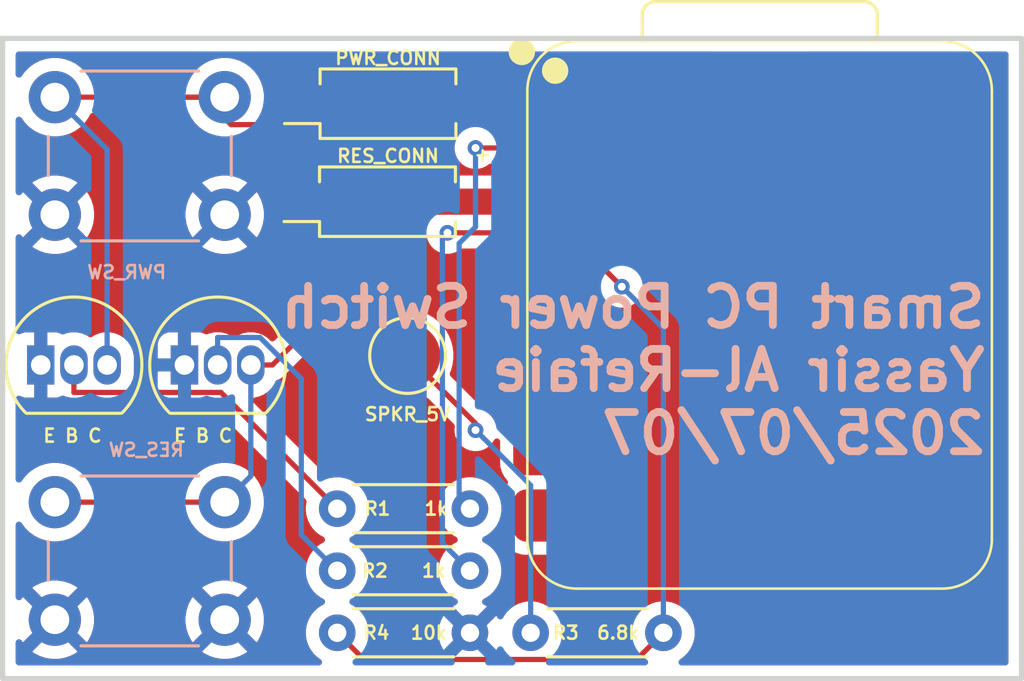
<source format=kicad_pcb>
(kicad_pcb (version 20241229) (generator "pcbnew") (generator_version "9.0")
  (layers (0 "F.Cu" signal) (2 "B.Cu" signal) (13 "F.Paste" user) (15 "B.Paste" user) (5 "F.SilkS" user "F.Silkscreen") (7 "B.SilkS" user "B.Silkscreen") (1 "F.Mask" user) (3 "B.Mask" user) (25 "Edge.Cuts" user))
  (net 0 "")
  (net 1 "PWR-")
  (net 2 "PWR+")
  (net 3 "RES+")
  (net 4 "SPKR_5V")
  (net 5 "Net-(Q1-B)")
  (net 6 "Net-(Q2-B)")
  (net 7 "GPIO0")
  (net 8 "GPIO1")
  (net 9 "GPIO2")
  (footprint "Resistor_THT:R_Axial_DIN0204_L3.6mm_D1.6mm_P5.08mm_Horizontal" (layer "F.Cu") (at 163.29 81.75 180)
    (property "Reference" "R3" (at 3.7333 0 0) (layer "F.SilkS") (effects (font (size 0.5 0.5) (thickness 0.1))))
    (property "Value" "6.8k" (at 1.7333 0 0) (layer "F.SilkS") (effects (font (size 0.5 0.5) (thickness 0.1))))
    (fp_line (start 0.62 0.92) (end 4.46 0.92) (stroke (width 0.12)) (layer "F.SilkS"))
    (fp_line (start 0.62 -0.92) (end 4.46 -0.92) (stroke (width 0.12)) (layer "F.SilkS"))
    (pad "1" thru_hole circle (at 0 0 180) (size 1.4 1.4) (drill 0.7) (layers "*.Cu" "*.Mask") (net 9 "GPIO2"))
    (pad "2" thru_hole circle (at 5.08 0 180) (size 1.4 1.4) (drill 0.7) (layers "*.Cu" "*.Mask") (net 4 "SPKR_5V"))
  )
  (footprint "Connector_PinSocket_2.54mm:PinSocket_2x01_P2.54mm_Vertical_SMD" (layer "F.Cu") (at 152.75 61.5 180)
    (property "Reference" "J3" (hide yes))
    (property "Value" "PWR_CONN" (at 0 1.75 0) (layer "F.SilkS") (effects (font (size 0.5 0.5) (thickness 0.1))))
    (fp_line (start 2.6 0.76) (end 2.6 1.33) (stroke (width 0.12)) (layer "F.SilkS"))
    (fp_line (start 2.6 -0.76) (end 3.96 -0.76) (stroke (width 0.12)) (layer "F.SilkS"))
    (fp_line (start 2.6 -1.33) (end 2.6 -0.76) (stroke (width 0.12)) (layer "F.SilkS"))
    (fp_line (start -2.6 1.33) (end 2.6 1.33) (stroke (width 0.12)) (layer "F.SilkS"))
    (fp_line (start -2.6 0.76) (end -2.6 1.33) (stroke (width 0.12)) (layer "F.SilkS"))
    (fp_line (start -2.6 -1.33) (end 2.6 -1.33) (stroke (width 0.12)) (layer "F.SilkS"))
    (fp_line (start -2.6 -1.33) (end -2.6 -0.76) (stroke (width 0.12)) (layer "F.SilkS"))
    (pad "1" smd rect (at 2.52 0 180) (size 3 1) (layers "F.Cu" "F.Mask" "F.Paste") (net 1 "PWR-"))
    (pad "2" smd rect (at -2.52 0 180) (size 3 1) (layers "F.Cu" "F.Mask" "F.Paste") (net 2 "PWR+"))
  )
  (footprint "Package_TO_SOT_THT:TO-92_Inline" (layer "F.Cu") (at 144.96 71.5)
    (property "Reference" "Q2" (hide yes))
    (property "Value" "2N3904" (hide yes))
    (fp_line (start -0.53 1.85) (end 3.07 1.85) (stroke (width 0.12)) (layer "F.SilkS"))
    (fp_arc (start -0.568478 1.838478) (mid -1.132087 -0.994977) (end 1.27 -2.6) (stroke (width 0.12)) (layer "F.SilkS"))
    (fp_arc (start 1.27 -2.6) (mid 3.672087 -0.994977) (end 3.108478 1.838478) (stroke (width 0.12)) (layer "F.SilkS"))
    (pad "1" thru_hole rect (at 0 0) (size 1.05 1.5) (drill 0.75) (layers "*.Cu" "*.Mask") (net 1 "PWR-"))
    (pad "2" thru_hole oval (at 1.27 0) (size 1.05 1.5) (drill 0.75) (layers "*.Cu" "*.Mask") (net 6 "Net-(Q2-B)"))
    (pad "3" thru_hole oval (at 2.54 0) (size 1.05 1.5) (drill 0.75) (layers "*.Cu" "*.Mask") (net 3 "RES+"))
  )
  (footprint "Package_TO_SOT_THT:TO-92_Inline" (layer "F.Cu") (at 139.46 71.5)
    (property "Reference" "Q1" (hide yes))
    (property "Value" "2N3904" (hide yes))
    (fp_line (start -0.53 1.85) (end 3.07 1.85) (stroke (width 0.12)) (layer "F.SilkS"))
    (fp_arc (start -0.568478 1.838478) (mid -1.132087 -0.994977) (end 1.27 -2.6) (stroke (width 0.12)) (layer "F.SilkS"))
    (fp_arc (start 1.27 -2.6) (mid 3.672087 -0.994977) (end 3.108478 1.838478) (stroke (width 0.12)) (layer "F.SilkS"))
    (pad "1" thru_hole rect (at 0 0) (size 1.05 1.5) (drill 0.75) (layers "*.Cu" "*.Mask") (net 1 "PWR-"))
    (pad "2" thru_hole oval (at 1.27 0) (size 1.05 1.5) (drill 0.75) (layers "*.Cu" "*.Mask") (net 5 "Net-(Q1-B)"))
    (pad "3" thru_hole oval (at 2.54 0) (size 1.05 1.5) (drill 0.75) (layers "*.Cu" "*.Mask") (net 2 "PWR+"))
  )
  (footprint "Resistor_THT:R_Axial_DIN0204_L3.6mm_D1.6mm_P5.08mm_Horizontal" (layer "F.Cu") (at 155.8867 79.375 180)
    (property "Reference" "R2" (at 3.6367 0 0) (layer "F.SilkS") (effects (font (size 0.5 0.5) (thickness 0.1))))
    (property "Value" "1k" (at 1.386667 0 0) (layer "F.SilkS") (effects (font (size 0.5 0.5) (thickness 0.1))))
    (fp_line (start 0.62 0.92) (end 4.46 0.92) (stroke (width 0.12)) (layer "F.SilkS"))
    (fp_line (start 0.62 -0.92) (end 4.46 -0.92) (stroke (width 0.12)) (layer "F.SilkS"))
    (pad "1" thru_hole circle (at 0 0 180) (size 1.4 1.4) (drill 0.7) (layers "*.Cu" "*.Mask") (net 8 "GPIO1"))
    (pad "2" thru_hole circle (at 5.08 0 180) (size 1.4 1.4) (drill 0.7) (layers "*.Cu" "*.Mask") (net 6 "Net-(Q2-B)"))
  )
  (footprint "TestPoint:TestPoint_Pad_D2.5mm" (layer "F.Cu") (at 153.5 71.1375)
    (property "Reference" "J5" (hide yes))
    (property "Value" "SPKR_5V" (at 0 2.25 0) (layer "F.SilkS") (effects (font (size 0.5 0.5) (thickness 0.1))))
    (fp_circle (center 0 0) (end 0 1.45) (stroke (width 0.12)) (fill no) (layer "F.SilkS"))
    (pad "1" smd circle (at 0 0) (size 2.5 2.5) (layers "F.Cu" "F.Mask") (net 4 "SPKR_5V"))
  )
  (footprint "Resistor_THT:R_Axial_DIN0204_L3.6mm_D1.6mm_P5.08mm_Horizontal" (layer "F.Cu") (at 155.8867 81.75 180)
    (property "Reference" "R4" (at 3.58 0 0) (layer "F.SilkS") (effects (font (size 0.5 0.5) (thickness 0.1))))
    (property "Value" "10k" (at 1.58 0 0) (layer "F.SilkS") (effects (font (size 0.5 0.5) (thickness 0.1))))
    (fp_line (start 0.62 0.92) (end 4.46 0.92) (stroke (width 0.12)) (layer "F.SilkS"))
    (fp_line (start 0.62 -0.92) (end 4.46 -0.92) (stroke (width 0.12)) (layer "F.SilkS"))
    (pad "1" thru_hole circle (at 0 0 180) (size 1.4 1.4) (drill 0.7) (layers "*.Cu" "*.Mask") (net 1 "PWR-"))
    (pad "2" thru_hole circle (at 5.08 0 180) (size 1.4 1.4) (drill 0.7) (layers "*.Cu" "*.Mask") (net 9 "GPIO2"))
  )
  (footprint "Resistor_THT:R_Axial_DIN0204_L3.6mm_D1.6mm_P5.08mm_Horizontal" (layer "F.Cu") (at 155.8867 77 180)
    (property "Reference" "R1" (at 3.54 0 0) (layer "F.SilkS") (effects (font (size 0.5 0.5) (thickness 0.1))))
    (property "Value" "1k" (at 1.29 0 0) (layer "F.SilkS") (effects (font (size 0.5 0.5) (thickness 0.1))))
    (fp_line (start 0.62 0.92) (end 4.46 0.92) (stroke (width 0.12)) (layer "F.SilkS"))
    (fp_line (start 0.62 -0.92) (end 4.46 -0.92) (stroke (width 0.12)) (layer "F.SilkS"))
    (pad "1" thru_hole circle (at 0 0 180) (size 1.4 1.4) (drill 0.7) (layers "*.Cu" "*.Mask") (net 7 "GPIO0"))
    (pad "2" thru_hole circle (at 5.08 0 180) (size 1.4 1.4) (drill 0.7) (layers "*.Cu" "*.Mask") (net 5 "Net-(Q1-B)"))
  )
  (footprint "Connector_PinSocket_2.54mm:PinSocket_2x01_P2.54mm_Vertical_SMD" (layer "F.Cu") (at 152.73 65.25 180)
    (property "Reference" "J4" (hide yes))
    (property "Value" "RES_CONN" (at -0.02 1.75 0) (layer "F.SilkS") (effects (font (size 0.5 0.5) (thickness 0.1))))
    (fp_line (start 2.6 0.76) (end 2.6 1.33) (stroke (width 0.12)) (layer "F.SilkS"))
    (fp_line (start 2.6 -0.76) (end 3.96 -0.76) (stroke (width 0.12)) (layer "F.SilkS"))
    (fp_line (start 2.6 -1.33) (end 2.6 -0.76) (stroke (width 0.12)) (layer "F.SilkS"))
    (fp_line (start -2.6 1.33) (end 2.6 1.33) (stroke (width 0.12)) (layer "F.SilkS"))
    (fp_line (start -2.6 0.76) (end -2.6 1.33) (stroke (width 0.12)) (layer "F.SilkS"))
    (fp_line (start -2.6 -1.33) (end 2.6 -1.33) (stroke (width 0.12)) (layer "F.SilkS"))
    (fp_line (start -2.6 -1.33) (end -2.6 -0.76) (stroke (width 0.12)) (layer "F.SilkS"))
    (pad "1" smd rect (at 2.52 0 180) (size 3 1) (layers "F.Cu" "F.Mask" "F.Paste") (net 1 "PWR-"))
    (pad "2" smd rect (at -2.52 0 180) (size 3 1) (layers "F.Cu" "F.Mask" "F.Paste") (net 3 "RES+"))
  )
  (footprint "seeed_studio_xiao:XIAO-ESP32C6-SMD" (layer "F.Cu") (at 167.2 69.62)
    (property "Reference" "U1" (hide yes))
    (property "Value" "XIAO-ESP32-S3-SMD")
    (fp_line (start -9.1166 8.5345) (end -9.1166 -8.6105) (stroke (width 0.1)) (layer "F.SilkS"))
    (fp_line (start -7.2116 10.4395) (end 6.7584 10.4395) (stroke (width 0.1)) (layer "F.SilkS"))
    (fp_line (start -4.7216 -10.5155) (end -4.717872 -11.525772) (stroke (width 0.127)) (layer "F.SilkS"))
    (fp_line (start -4.217872 -12.0255) (end 3.7774 -12.0255) (stroke (width 0.127)) (layer "F.SilkS"))
    (fp_line (start 4.2774 -11.5255) (end 4.2774 -10.5155) (stroke (width 0.127)) (layer "F.SilkS"))
    (fp_line (start 6.7584 -10.5155) (end -7.2116 -10.5155) (stroke (width 0.1)) (layer "F.SilkS"))
    (fp_line (start 8.6634 8.5345) (end 8.6634 -8.6105) (stroke (width 0.1)) (layer "F.SilkS"))
    (fp_arc (start -9.1166 -8.6145) (mid -8.558638 -9.961538) (end -7.2116 -10.5195) (stroke (width 0.1)) (layer "F.SilkS"))
    (fp_arc (start -7.2116 10.4395) (mid -8.558638 9.881538) (end -9.1166 8.5345) (stroke (width 0.1)) (layer "F.SilkS"))
    (fp_arc (start -4.717872 -11.525772) (mid -4.571324 -11.879144) (end -4.217872 -12.0255) (stroke (width 0.127)) (layer "F.SilkS"))
    (fp_arc (start 3.7774 -12.0255) (mid 4.130953 -11.879053) (end 4.2774 -11.5255) (stroke (width 0.127)) (layer "F.SilkS"))
    (fp_arc (start 6.7584 -10.5155) (mid 8.105438 -9.957538) (end 8.6634 -8.6105) (stroke (width 0.1)) (layer "F.SilkS"))
    (fp_arc (start 8.6634 8.5345) (mid 8.105438 9.881538) (end 6.7584 10.4395) (stroke (width 0.1)) (layer "F.SilkS"))
    (fp_circle (center -9.3266 -10.0995) (end -9.3266 -10.3535) (stroke (width 0.5)) (fill yes) (layer "F.SilkS"))
    (fp_circle (center -8.0526 -9.3825) (end -8.0526 -9.6365) (stroke (width 0.5)) (fill yes) (layer "F.SilkS"))
    (pad "1" smd roundrect (at -8.2816 -7.5985) (size 2.75 2) (layers "F.Cu" "F.Mask" "F.Paste") (net 7 "GPIO0"))
    (pad "2" smd roundrect (at -8.2816 -5.0585) (size 2.75 2) (layers "F.Cu" "F.Mask" "F.Paste") (net 8 "GPIO1"))
    (pad "3" smd roundrect (at -8.2816 -2.5185) (size 2.75 2) (layers "F.Cu" "F.Mask" "F.Paste") (net 9 "GPIO2"))
    (pad "4" smd roundrect (at -8.2816 0.0215) (size 2.75 2) (layers "F.Cu" "F.Mask" "F.Paste"))
    (pad "5" smd roundrect (at -8.2816 2.5615) (size 2.75 2) (layers "F.Cu" "F.Mask" "F.Paste"))
    (pad "6" smd roundrect (at -8.2816 5.1015) (size 2.75 2) (layers "F.Cu" "F.Mask" "F.Paste"))
    (pad "7" smd roundrect (at -8.2816 7.6415) (size 2.75 2) (layers "F.Cu" "F.Mask" "F.Paste"))
    (pad "8" smd roundrect (at 7.8834 7.6415) (size 2.75 2) (layers "F.Cu" "F.Mask" "F.Paste"))
    (pad "9" smd roundrect (at 7.8834 5.1015) (size 2.75 2) (layers "F.Cu" "F.Mask" "F.Paste"))
    (pad "10" smd roundrect (at 7.8834 2.5615) (size 2.75 2) (layers "F.Cu" "F.Mask" "F.Paste"))
    (pad "11" smd roundrect (at 7.8834 0.0215) (size 2.75 2) (layers "F.Cu" "F.Mask" "F.Paste"))
    (pad "12" smd roundrect (at 7.8834 -2.5185) (size 2.75 2) (layers "F.Cu" "F.Mask" "F.Paste"))
    (pad "13" smd roundrect (at 7.8834 -5.0585) (size 2.75 2) (layers "F.Cu" "F.Mask" "F.Paste") (net 1 "PWR-"))
    (pad "14" smd roundrect (at 7.8834 -7.5985) (size 2.75 2) (layers "F.Cu" "F.Mask" "F.Paste"))
    (pad "15" smd roundrect (at -2.008 5.5532 270) (size 2.5 1.1) (layers "F.Cu" "F.Mask" "F.Paste"))
    (pad "16" smd roundrect (at 0.532 5.5532 270) (size 2.5 1.1) (layers "F.Cu" "F.Mask" "F.Paste") (net 1 "PWR-"))
    (pad "17" smd circle (at -1.5 -8.62) (size 1.7 1.7) (layers "F.Cu" "F.Mask" "F.Paste"))
    (pad "18" smd circle (at 1.04 -8.62) (size 1.7 1.7) (layers "F.Cu" "F.Mask" "F.Paste"))
    (pad "19" smd circle (at -1.5 -6.08) (size 1.7 1.7) (layers "F.Cu" "F.Mask" "F.Paste"))
    (pad "20" smd circle (at 1.04 -6.08) (size 1.7 1.7) (layers "F.Cu" "F.Mask" "F.Paste"))
    (pad "21" smd circle (at -1.5 -3.54) (size 1.7 1.7) (layers "F.Cu" "F.Mask" "F.Paste"))
    (pad "22" smd circle (at 1.04 -3.54) (size 1.7 1.7) (layers "F.Cu" "F.Mask" "F.Paste"))
    (pad "23" smd circle (at -1.5 -1) (size 1.7 1.7) (layers "F.Cu" "F.Mask" "F.Paste"))
    (pad "24" smd circle (at 0.9474 -1.0568) (size 1.7 1.7) (layers "F.Cu" "F.Mask" "F.Paste"))
  )
  (footprint "Button_Switch_THT:SW_PUSH_6mm_H5mm" (layer "B.Cu") (at 146.5 76.75 180)
    (property "Reference" "SW2" (hide yes))
    (property "Value" "RES_SW" (at 3 2 0) (layer "B.SilkS") (effects (font (size 0.5 0.5) (thickness 0.1)) (justify mirror)))
    (fp_line (start 6.75 -3) (end 6.75 -1.5) (stroke (width 0.12)) (layer "B.SilkS"))
    (fp_line (start 5.5 1) (end 1 1) (stroke (width 0.12)) (layer "B.SilkS"))
    (fp_line (start 1 -5.5) (end 5.5 -5.5) (stroke (width 0.12)) (layer "B.SilkS"))
    (fp_line (start -0.25 -1.5) (end -0.25 -3) (stroke (width 0.12)) (layer "B.SilkS"))
    (pad "1" thru_hole circle (at 0 0 90) (size 2 2) (drill 1.1) (layers "*.Cu" "*.Mask") (net 3 "RES+"))
    (pad "1" thru_hole circle (at 6.5 0 90) (size 2 2) (drill 1.1) (layers "*.Cu" "*.Mask") (net 3 "RES+"))
    (pad "2" thru_hole circle (at 0 -4.5 90) (size 2 2) (drill 1.1) (layers "*.Cu" "*.Mask") (net 1 "PWR-"))
    (pad "2" thru_hole circle (at 6.5 -4.5 90) (size 2 2) (drill 1.1) (layers "*.Cu" "*.Mask") (net 1 "PWR-"))
  )
  (footprint "Button_Switch_THT:SW_PUSH_6mm_H5mm" (layer "B.Cu") (at 146.5 61.25 180)
    (property "Reference" "SW1" (hide yes))
    (property "Value" "PWR_SW" (at 3.75 -6.7 0) (layer "B.SilkS") (effects (font (size 0.5 0.5) (thickness 0.1)) (justify mirror)))
    (fp_line (start 6.75 -3) (end 6.75 -1.5) (stroke (width 0.12)) (layer "B.SilkS"))
    (fp_line (start 5.5 1) (end 1 1) (stroke (width 0.12)) (layer "B.SilkS"))
    (fp_line (start 1 -5.5) (end 5.5 -5.5) (stroke (width 0.12)) (layer "B.SilkS"))
    (fp_line (start -0.25 -1.5) (end -0.25 -3) (stroke (width 0.12)) (layer "B.SilkS"))
    (pad "1" thru_hole circle (at 0 0 90) (size 2 2) (drill 1.1) (layers "*.Cu" "*.Mask") (net 2 "PWR+"))
    (pad "1" thru_hole circle (at 6.5 0 90) (size 2 2) (drill 1.1) (layers "*.Cu" "*.Mask") (net 2 "PWR+"))
    (pad "2" thru_hole circle (at 0 -4.5 90) (size 2 2) (drill 1.1) (layers "*.Cu" "*.Mask") (net 1 "PWR-"))
    (pad "2" thru_hole circle (at 6.5 -4.5 90) (size 2 2) (drill 1.1) (layers "*.Cu" "*.Mask") (net 1 "PWR-"))
  )
  (gr_rect (start 138 59) (end 177 83.5) (stroke (width 0.2)) (fill no) (layer "Edge.Cuts"))
  (gr_text "+" (at 156 63.732 0) (layer "F.SilkS") (effects (font (size 0.5 0.5) (thickness 0.1) (bold yes)) (justify left bottom)))
  (gr_text "E B C" (at 144.5 74.5 0) (layer "F.SilkS") (effects (font (size 0.5 0.5) (thickness 0.1) (bold yes)) (justify left bottom)))
  (gr_text "E B C" (at 139.5 74.5 0) (layer "F.SilkS") (effects (font (size 0.5 0.5) (thickness 0.1) (bold yes)) (justify left bottom)))
  (gr_text "Smart PC Power Switch\nYassir Al-Refaie\n2025/07/07" (at 175.75 75 0) (layer "B.SilkS") (effects (font (size 1.5 1.5) (thickness 0.3) (bold yes)) (justify left bottom mirror)))
  (segment (start 175.0834 64.5615) (end 172.5385 64.5615) (width 0.2) (layer "F.Cu") (net 1))
  (segment (start 172.5 64.6) (end 172.5385 64.5615) (width 0.2) (layer "F.Cu") (net 1))
  (segment (start 148.6035 62.3002) (end 148.605 62.3017) (width 0.2) (layer "F.Cu") (net 2))
  (segment (start 143.25 61.25) (end 145.693 61.25) (width 0.2) (layer "F.Cu") (net 2))
  (segment (start 152.6666 62.3017) (end 153.4683 61.5) (width 0.2) (layer "F.Cu") (net 2))
  (segment (start 155.27 61.5) (end 153.4683 61.5) (width 0.2) (layer "F.Cu") (net 2))
  (segment (start 146.7432 62.3002) (end 148.6035 62.3002) (width 0.2) (layer "F.Cu") (net 2))
  (segment (start 140 61.25) (end 143.25 61.25) (width 0.2) (layer "F.Cu") (net 2))
  (segment (start 148.605 62.3017) (end 152.6666 62.3017) (width 0.2) (layer "F.Cu") (net 2))
  (segment (start 143.25 61.25) (end 146.5 61.25) (width 0.2) (layer "F.Cu") (net 2))
  (segment (start 145.693 61.25) (end 146.7432 62.3002) (width 0.2) (layer "F.Cu") (net 2))
  (segment (start 142 63.25) (end 140 61.25) (width 0.2) (layer "B.Cu") (net 2))
  (segment (start 142 71.5) (end 142 63.25) (width 0.2) (layer "B.Cu") (net 2))
  (segment (start 147.5 71.5) (end 148.3267 71.5) (width 0.2) (layer "F.Cu") (net 3))
  (segment (start 153.4483 66.3784) (end 148.3267 71.5) (width 0.2) (layer "F.Cu") (net 3))
  (segment (start 153.4483 65.25) (end 153.4483 66.3784) (width 0.2) (layer "F.Cu") (net 3))
  (segment (start 146.5 76.75) (end 140 76.75) (width 0.2) (layer "F.Cu") (net 3))
  (segment (start 155.25 65.25) (end 153.4483 65.25) (width 0.2) (layer "F.Cu") (net 3))
  (segment (start 147.5 75.75) (end 146.5 76.75) (width 0.2) (layer "B.Cu") (net 3))
  (segment (start 147.5 71.5) (end 147.5 75.75) (width 0.2) (layer "B.Cu") (net 3))
  (segment (start 156.1 73.7375) (end 156.1 73.9942) (width 0.2) (layer "F.Cu") (net 4))
  (segment (start 153.5 71.1375) (end 156.1 73.7375) (width 0.2) (layer "F.Cu") (net 4))
  (via (at 156.1 73.9942) (size 0.6) (drill 0.3) (layers "F.Cu" "B.Cu") (net 4))
  (segment (start 156.1 73.9942) (end 158.21 76.1042) (width 0.2) (layer "B.Cu") (net 4))
  (segment (start 158.21 76.1042) (end 158.21 81.75) (width 0.2) (layer "B.Cu") (net 4))
  (segment (start 140.73 72.5517) (end 146.3584 72.5517) (width 0.2) (layer "F.Cu") (net 5))
  (segment (start 140.73 71.5) (end 140.73 72.5517) (width 0.2) (layer "F.Cu") (net 5))
  (segment (start 146.3584 72.5517) (end 150.8067 77) (width 0.2) (layer "F.Cu") (net 5))
  (segment (start 149.4319 78.0002) (end 150.8067 79.375) (width 0.2) (layer "B.Cu") (net 6))
  (segment (start 149.4319 72.0287) (end 149.4319 78.0002) (width 0.2) (layer "B.Cu") (net 6))
  (segment (start 146.23 70.4483) (end 147.8515 70.4483) (width 0.2) (layer "B.Cu") (net 6))
  (segment (start 147.8515 70.4483) (end 149.4319 72.0287) (width 0.2) (layer "B.Cu") (net 6))
  (segment (start 146.23 71.5) (end 146.23 70.4483) (width 0.2) (layer "B.Cu") (net 6))
  (segment (start 156.1 63.1942) (end 157.7457 63.1942) (width 0.2) (layer "F.Cu") (net 7))
  (segment (start 157.7457 63.1942) (end 158.9184 62.0215) (width 0.2) (layer "F.Cu") (net 7))
  (via (at 156.1 63.1942) (size 0.6) (drill 0.3) (layers "F.Cu" "B.Cu") (net 7))
  (segment (start 156.1 66.2174) (end 156.1 63.1942) (width 0.2) (layer "B.Cu") (net 7))
  (segment (start 155.8867 77) (end 155.4727 76.586) (width 0.2) (layer "B.Cu") (net 7))
  (segment (start 155.4727 76.586) (end 155.4727 66.8447) (width 0.2) (layer "B.Cu") (net 7))
  (segment (start 155.4727 66.8447) (end 156.1 66.2174) (width 0.2) (layer "B.Cu") (net 7))
  (segment (start 157.0384 66.4415) (end 155.025 66.4415) (width 0.2) (layer "F.Cu") (net 8))
  (segment (start 158.9184 64.5615) (end 157.0384 66.4415) (width 0.2) (layer "F.Cu") (net 8))
  (via (at 155.025 66.4415) (size 0.6) (drill 0.3) (layers "F.Cu" "B.Cu") (net 8))
  (segment (start 154.8326 66.6339) (end 154.8326 78.3209) (width 0.2) (layer "B.Cu") (net 8))
  (segment (start 155.025 66.4415) (end 154.8326 66.6339) (width 0.2) (layer "B.Cu") (net 8))
  (segment (start 154.8326 78.3209) (end 155.8867 79.375) (width 0.2) (layer "B.Cu") (net 8))
  (segment (start 151.829 82.7723) (end 150.8067 81.75) (width 0.2) (layer "F.Cu") (net 9))
  (segment (start 163.29 81.75) (end 162.2677 82.7723) (width 0.2) (layer "F.Cu") (net 9))
  (segment (start 162.2677 82.7723) (end 151.829 82.7723) (width 0.2) (layer "F.Cu") (net 9))
  (segment (start 158.9184 67.1015) (end 160.2963 67.1015) (width 0.2) (layer "F.Cu") (net 9))
  (segment (start 160.2963 67.1015) (end 161.7 68.5052) (width 0.2) (layer "F.Cu") (net 9))
  (via (at 161.7 68.5052) (size 0.6) (drill 0.3) (layers "F.Cu" "B.Cu") (net 9))
  (segment (start 163.29 70.0952) (end 163.29 81.75) (width 0.2) (layer "B.Cu") (net 9))
  (segment (start 161.7 68.5052) (end 163.29 70.0952) (width 0.2) (layer "B.Cu") (net 9))
  (zone (net 1) (net_name "PWR-") (layers "F.Cu" "B.Cu") (connect_pads (clearance 0.5)) (min_thickness 0.25) (fill yes (thermal_gap 0.5) (thermal_bridge_width 0.5))
    (polygon (pts (xy 138 59) (xy 177 59) (xy 177 83.5) (xy 138 83.5)))
  )
)
</source>
